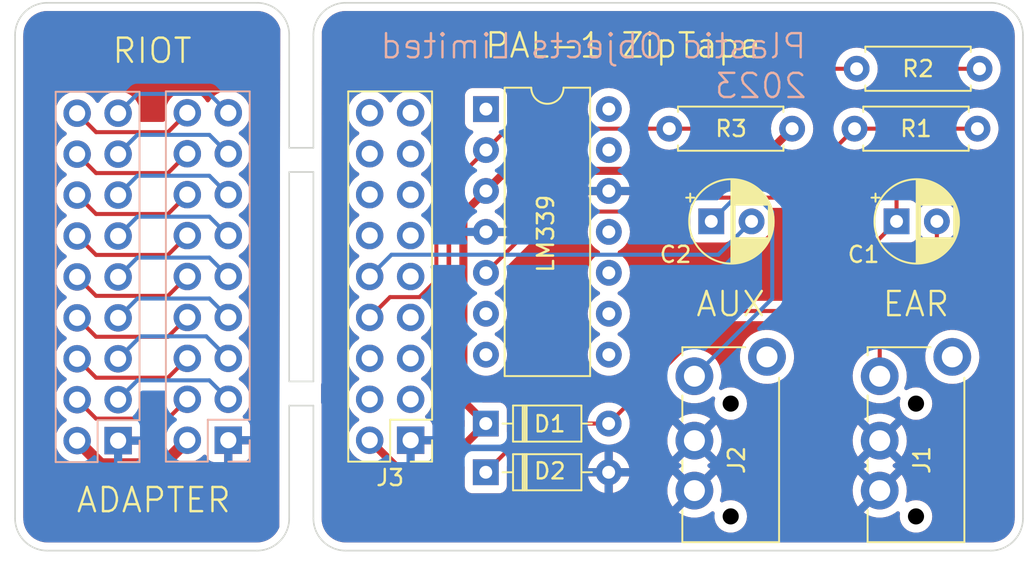
<source format=kicad_pcb>
(kicad_pcb (version 20211014) (generator pcbnew)
  (layers (0 "F.Cu" signal) (31 "B.Cu" signal) (34 "B.Paste" user) (35 "F.Paste" user) (36 "B.SilkS" user "B.Silkscreen") (37 "F.SilkS" user "F.Silkscreen") (38 "B.Mask" user) (39 "F.Mask" user) (44 "Edge.Cuts" user))
  (net 0 "")
  (net 1 "Net-(C1-Pad1)")
  (net 2 "Net-(C1-Pad2)")
  (net 3 "Net-(C2-Pad1)")
  (net 4 "PB3")
  (net 5 "VCC")
  (net 6 "GND")
  (net 14 "PB2")
  (net 24 "Net-(R1-Pad2)")
  (net 25 "/A_GND")
  (net 26 "/A_VCC")
  (net 27 "/A_PB0")
  (net 28 "/A_PB1")
  (net 29 "/A_PB2")
  (net 30 "/A_PB3")
  (net 31 "/A_PB4")
  (net 32 "/A_PB5")
  (net 33 "/A_PB6")
  (net 34 "/A_PB7")
  (net 35 "/A_PA0")
  (net 36 "/A_PA1")
  (net 37 "/A_PA2")
  (net 38 "/A_PA3")
  (net 39 "/A_PA4")
  (net 40 "/A_PA5")
  (net 41 "/A_PA6")
  (net 42 "/A_PA7")
  (footprint "Capacitor_THT:CP_Radial_D5.0mm_P2.50mm" (layer "F.Cu") (at 166.662488 83.566)
    (fp_text reference "C1" (at -2.045088 2.0574) (layer "F.SilkS"))
    (fp_text value "0.18uF" hide)
    (fp_line (start -1.304775 -1.725) (end -1.304775 -1.225) (layer "F.SilkS") (width 0.12))
    (fp_line (start 3.451 -1.383) (end 3.451 -1.04) (layer "F.SilkS") (width 0.12))
    (fp_line (start 3.491 -1.319) (end 3.491 -1.04) (layer "F.SilkS") (width 0.12))
    (fp_line (start 1.73 -2.536) (end 1.73 -1.04) (layer "F.SilkS") (width 0.12))
    (fp_line (start 2.091 1.04) (end 2.091 2.442) (layer "F.SilkS") (width 0.12))
    (fp_line (start 2.091 -2.442) (end 2.091 -1.04) (layer "F.SilkS") (width 0.12))
    (fp_line (start 1.65 -2.55) (end 1.65 -1.04) (layer "F.SilkS") (width 0.12))
    (fp_line (start 1.73 1.04) (end 1.73 2.536) (layer "F.SilkS") (width 0.12))
    (fp_line (start 2.531 -2.247) (end 2.531 -1.04) (layer "F.SilkS") (width 0.12))
    (fp_line (start 3.171 -1.743) (end 3.171 -1.04) (layer "F.SilkS") (width 0.12))
    (fp_line (start 1.53 -2.565) (end 1.53 -1.04) (layer "F.SilkS") (width 0.12))
    (fp_line (start 2.531 1.04) (end 2.531 2.247) (layer "F.SilkS") (width 0.12))
    (fp_line (start 2.491 -2.268) (end 2.491 -1.04) (layer "F.SilkS") (width 0.12))
    (fp_line (start 2.651 -2.175) (end 2.651 -1.04) (layer "F.SilkS") (width 0.12))
    (fp_line (start 2.131 -2.428) (end 2.131 -1.04) (layer "F.SilkS") (width 0.12))
    (fp_line (start 2.131 1.04) (end 2.131 2.428) (layer "F.SilkS") (width 0.12))
    (fp_line (start 1.93 -2.491) (end 1.93 -1.04) (layer "F.SilkS") (width 0.12))
    (fp_line (start 2.771 1.04) (end 2.771 2.095) (layer "F.SilkS") (width 0.12))
    (fp_line (start 2.411 1.04) (end 2.411 2.31) (layer "F.SilkS") (width 0.12))
    (fp_line (start 3.731 -0.805) (end 3.731 0.805) (layer "F.SilkS") (width 0.12))
    (fp_line (start 3.211 -1.699) (end 3.211 -1.04) (layer "F.SilkS") (width 0.12))
    (fp_line (start 2.251 1.04) (end 2.251 2.382) (layer "F.SilkS") (width 0.12))
    (fp_line (start 1.77 1.04) (end 1.77 2.528) (layer "F.SilkS") (width 0.12))
    (fp_line (start 2.451 1.04) (end 2.451 2.29) (layer "F.SilkS") (width 0.12))
    (fp_line (start 2.811 1.04) (end 2.811 2.065) (layer "F.SilkS") (width 0.12))
    (fp_line (start 3.371 1.04) (end 3.371 1.5) (layer "F.SilkS") (width 0.12))
    (fp_line (start 3.131 -1.785) (end 3.131 -1.04) (layer "F.SilkS") (width 0.12))
    (fp_line (start 2.371 1.04) (end 2.371 2.329) (layer "F.SilkS") (width 0.12))
    (fp_line (start 1.61 -2.556) (end 1.61 -1.04) (layer "F.SilkS") (width 0.12))
    (fp_line (start 1.971 1.04) (end 1.971 2.48) (layer "F.SilkS") (width 0.12))
    (fp_line (start 1.81 1.04) (end 1.81 2.52) (layer "F.SilkS") (width 0.12))
    (fp_line (start 3.091 -1.826) (end 3.091 -1.04) (layer "F.SilkS") (width 0.12))
    (fp_line (start 1.89 -2.501) (end 1.89 -1.04) (layer "F.SilkS") (width 0.12))
    (fp_line (start 2.211 1.04) (end 2.211 2.398) (layer "F.SilkS") (width 0.12))
    (fp_line (start 2.331 1.04) (end 2.331 2.348) (layer "F.SilkS") (width 0.12))
    (fp_line (start 3.331 1.04) (end 3.331 1.554) (layer "F.SilkS") (width 0.12))
    (fp_line (start 3.011 -1.901) (end 3.011 -1.04) (layer "F.SilkS") (width 0.12))
    (fp_line (start 3.251 1.04) (end 3.251 1.653) (layer "F.SilkS") (width 0.12))
    (fp_line (start 3.771 -0.677) (end 3.771 0.677) (layer "F.SilkS") (width 0.12))
    (fp_line (start 3.011 1.04) (end 3.011 1.901) (layer "F.SilkS") (width 0.12))
    (fp_line (start 1.25 -2.58) (end 1.25 2.58) (layer "F.SilkS") (width 0.12))
    (fp_line (start 2.491 1.04) (end 2.491 2.268) (layer "F.SilkS") (width 0.12))
    (fp_line (start 1.29 -2.58) (end 1.29 2.58) (layer "F.SilkS") (width 0.12))
    (fp_line (start 2.011 -2.468) (end 2.011 -1.04) (layer "F.SilkS") (width 0.12))
    (fp_line (start 2.571 -2.224) (end 2.571 -1.04) (layer "F.SilkS") (width 0.12))
    (fp_line (start 2.651 1.04) (end 2.651 2.175) (layer "F.SilkS") (width 0.12))
    (fp_line (start 1.85 -2.511) (end 1.85 -1.04) (layer "F.SilkS") (width 0.12))
    (fp_line (start 1.81 -2.52) (end 1.81 -1.04) (layer "F.SilkS") (width 0.12))
    (fp_line (start 3.371 -1.5) (end 3.371 -1.04) (layer "F.SilkS") (width 0.12))
    (fp_line (start 2.291 1.04) (end 2.291 2.365) (layer "F.SilkS") (width 0.12))
    (fp_line (start 2.731 -2.122) (end 2.731 -1.04) (layer "F.SilkS") (width 0.12))
    (fp_line (start 3.811 -0.518) (end 3.811 0.518) (layer "F.SilkS") (width 0.12))
    (fp_line (start 2.611 1.04) (end 2.611 2.2) (layer "F.SilkS") (width 0.12))
    (fp_line (start 3.211 1.04) (end 3.211 1.699) (layer "F.SilkS") (width 0.12))
    (fp_line (start 3.531 1.04) (end 3.531 1.251) (layer "F.SilkS") (width 0.12))
    (fp_line (start 3.531 -1.251) (end 3.531 -1.04) (layer "F.SilkS") (width 0.12))
    (fp_line (start 3.691 -0.915) (end 3.691 0.915) (layer "F.SilkS") (width 0.12))
    (fp_line (start 3.571 -1.178) (end 3.571 1.178) (layer "F.SilkS") (width 0.12))
    (fp_line (start 1.57 1.04) (end 1.57 2.561) (layer "F.SilkS") (width 0.12))
    (fp_line (start 2.331 -2.348) (end 2.331 -1.04) (layer "F.SilkS") (width 0.12))
    (fp_line (start 2.171 1.04) (end 2.171 2.414) (layer "F.SilkS") (width 0.12))
    (fp_line (start 2.411 -2.31) (end 2.411 -1.04) (layer "F.SilkS") (width 0.12))
    (fp_line (start 3.651 -1.011) (end 3.651 1.011) (layer "F.SilkS") (width 0.12))
    (fp_line (start 2.851 1.04) (end 2.851 2.035) (layer "F.SilkS") (width 0.12))
    (fp_line (start 1.37 -2.578) (end 1.37 2.578) (layer "F.SilkS") (width 0.12))
    (fp_line (start 2.571 1.04) (end 2.571 2.224) (layer "F.SilkS") (width 0.12))
    (fp_line (start 3.091 1.04) (end 3.091 1.826) (layer "F.SilkS") (width 0.12))
    (fp_line (start 3.051 1.04) (end 3.051 1.864) (layer "F.SilkS") (width 0.12))
    (fp_line (start 3.411 1.04) (end 3.411 1.443) (layer "F.SilkS") (width 0.12))
    (fp_line (start 2.051 1.04) (end 2.051 2.455) (layer "F.SilkS") (width 0.12))
    (fp_line (start 2.371 -2.329) (end 2.371 -1.04) (layer "F.SilkS") (width 0.12))
    (fp_line (start 2.931 1.04) (end 2.931 1.971) (layer "F.SilkS") (width 0.12))
    (fp_line (start 3.291 -1.605) (end 3.291 -1.04) (layer "F.SilkS") (width 0.12))
    (fp_line (start 1.49 -2.569) (end 1.49 -1.04) (layer "F.SilkS") (width 0.12))
    (fp_line (start 2.051 -2.455) (end 2.051 -1.04) (layer "F.SilkS") (width 0.12))
    (fp_line (start 1.57 -2.561) (end 1.57 -1.04) (layer "F.SilkS") (width 0.12))
    (fp_line (start 2.971 -1.937) (end 2.971 -1.04) (layer "F.SilkS") (width 0.12))
    (fp_line (start 1.85 1.04) (end 1.85 2.511) (layer "F.SilkS") (width 0.12))
    (fp_line (start 3.171 1.04) (end 3.171 1.743) (layer "F.SilkS") (width 0.12))
    (fp_line (start 2.451 -2.29) (end 2.451 -1.04) (layer "F.SilkS") (width 0.12))
    (fp_line (start 1.69 -2.543) (end 1.69 -1.04) (layer "F.SilkS") (width 0.12))
    (fp_line (start 1.49 1.04) (end 1.49 2.569) (layer "F.SilkS") (width 0.12))
    (fp_line (start 3.331 -1.554) (end 3.331 -1.04) (layer "F.SilkS") (width 0.12))
    (fp_line (start 3.411 -1.443) (end 3.411 -1.04) (layer "F.SilkS") (width 0.12))
    (fp_line (start 2.811 -2.065) (end 2.811 -1.04) (layer "F.SilkS") (width 0.12))
    (fp_line (start 2.251 -2.382) (end 2.251 -1.04) (layer "F.SilkS") (width 0.12))
    (fp_line (start 2.291 -2.365) (end 2.291 -1.04) (layer "F.SilkS") (width 0.12))
    (fp_line (start 2.171 -2.414) (end 2.171 -1.04) (layer "F.SilkS") (width 0.12))
    (fp_line (start 1.33 -2.579) (end 1.33 2.579) (layer "F.SilkS") (width 0.12))
    (fp_line (start 2.931 -1.971) (end 2.931 -1.04) (layer "F.SilkS") (width 0.12))
    (fp_line (start 1.41 -2.576) (end 1.41 2.576) (layer "F.SilkS") (width 0.12))
    (fp_line (start 1.69 1.04) (end 1.69 2.543) (layer "F.SilkS") (width 0.12))
    (fp_line (start 2.611 -2.2) (end 2.611 -1.04) (layer "F.SilkS") (width 0.12))
    (fp_line (start 2.211 -2.398) (end 2.211 -1.04) (layer "F.SilkS") (width 0.12))
    (fp_line (start 2.691 1.04) (end 2.691 2.149) (layer "F.SilkS") (width 0.12))
    (fp_line (start 2.771 -2.095) (end 2.771 -1.04) (layer "F.SilkS") (width 0.12))
    (fp_line (start 3.051 -1.864) (end 3.051 -1.04) (layer "F.SilkS") (width 0.12))
    (fp_line (start 3.851 -0.284) (end 3.851 0.284) (layer "F.SilkS") (width 0.12))
    (fp_line (start 2.971 1.04) (end 2.971 1.937) (layer "F.SilkS") (width 0.12))
    (fp_line (start 3.251 -1.653) (end 3.251 -1.04) (layer "F.SilkS") (width 0.12))
    (fp_line (start 1.65 1.04) (end 1.65 2.55) (layer "F.SilkS") (width 0.12))
    (fp_line (start 3.611 -1.098) (end 3.611 1.098) (layer "F.SilkS") (width 0.12))
    (fp_line (start 1.971 -2.48) (end 1.971 -1.04) (layer "F.SilkS") (width 0.12))
    (fp_line (start 2.891 1.04) (end 2.891 2.004) (layer "F.SilkS") (width 0.12))
    (fp_line (start 3.451 1.04) (end 3.451 1.383) (layer "F.SilkS") (width 0.12))
    (fp_line (start 2.891 -2.004) (end 2.891 -1.04) (layer "F.SilkS") (width 0.12))
    (fp_line (start 3.131 1.04) (end 3.131 1.785) (layer "F.SilkS") (width 0.12))
    (fp_line (start 2.011 1.04) (end 2.011 2.468) (layer "F.SilkS") (width 0.12))
    (fp_line (start 1.77 -2.528) (end 1.77 -1.04) (layer "F.SilkS") (width 0.12))
    (fp_line (start 2.691 -2.149) (end 2.691 -1.04) (layer "F.SilkS") (width 0.12))
    (fp_line (start 1.61 1.04) (end 1.61 2.556) (layer "F.SilkS") (width 0.12))
    (fp_line (start 2.851 -2.035) (end 2.851 -1.04) (layer "F.SilkS") (width 0.12))
    (fp_line (start 1.93 1.04) (end 1.93 2.491) (layer "F.SilkS") (width 0.12))
    (fp_line (start -1.554775 -1.475) (end -1.054775 -1.475) (layer "F.SilkS") (width 0.12))
    (fp_line (start 2.731 1.04) (end 2.731 2.122) (layer "F.SilkS") (width 0.12))
    (fp_line (start 1.89 1.04) (end 1.89 2.501) (layer "F.SilkS") (width 0.12))
    (fp_line (start 3.491 1.04) (end 3.491 1.319) (layer "F.SilkS") (width 0.12))
    (fp_line (start 1.45 -2.573) (end 1.45 2.573) (layer "F.SilkS") (width 0.12))
    (fp_line (start 1.53 1.04) (end 1.53 2.565) (layer "F.SilkS") (width 0.12))
    (fp_line (start 3.291 1.04) (end 3.291 1.605) (layer "F.SilkS") (width 0.12))
    (fp_circle (center 1.25 0) (end 3.87 0) (layer "F.SilkS") (width 0.12) (fill none))
    (pad "1" thru_hole rect (at 0 0) (size 1.6 1.6) (drill 0.8) (layers *.Cu *.Mask) (net 1 "Net-(C1-Pad1)"))
    (pad "2" thru_hole circle (at 2.5 0) (size 1.6 1.6) (drill 0.8) (layers *.Cu *.Mask) (net 2 "Net-(C1-Pad2)"))
  )
  (footprint "Connector_Jack:Jack_3.5mm_4Pole_TRRS" (layer "F.Cu") (at 167.8686 98.4758 -90)
    (fp_text reference "J1" (at -0.1 -0.3655 -270 unlocked) (layer "F.SilkS"))
    (fp_text value "Cassette_Playback")
    (fp_line (start -5.2 -3) (end 5 -3) (layer "F.SilkS") (width 0.12))
    (fp_line (start -0.1 3) (end 0.6 3) (layer "F.SilkS") (width 0.12))
    (fp_line (start -7.1 -0.9) (end -7.1 3) (layer "F.SilkS") (width 0.12))
    (fp_line (start 5 -3) (end 5 3) (layer "F.SilkS") (width 0.12))
    (fp_line (start 5 3) (end 3 3) (layer "F.SilkS") (width 0.12))
    (fp_line (start -4.1 3) (end -2.5 3) (layer "F.SilkS") (width 0.12))
    (fp_line (start -7.1 3) (end -6.6 3) (layer "F.SilkS") (width 0.12))
    (pad "" np_thru_hole circle (at -3.6 0 270) (size 1 1) (drill 1) (layers *.Mask))
    (pad "" np_thru_hole circle (at 3.4 0 270) (size 1 1) (drill 1) (layers *.Mask))
    (pad "G" thru_hole circle (at 1.8 2.25 270) (size 2.34 2.34) (drill 1.3) (layers *.Cu *.Mask) (net 6 "GND"))
    (pad "R" thru_hole circle (at -1.3 2.25 270) (size 2.34 2.34) (drill 1.3) (layers *.Cu *.Mask) (net 6 "GND"))
    (pad "S" thru_hole circle (at -6.5 -2.25 270) (size 2.34 2.34) (drill 1.3) (layers *.Cu *.Mask))
    (pad "T" thru_hole circle (at -5.3 2.25 270) (size 2.34 2.34) (drill 1.3) (layers *.Cu *.Mask) (net 2 "Net-(C1-Pad2)"))
  )
  (footprint "Package_DIP:DIP-14_W7.62mm" (layer "F.Cu") (at 141.200333 76.5973)
    (fp_text reference "U1" hide)
    (fp_text value "LM339" (at 3.706667 7.7307 90) (layer "F.SilkS"))
    (fp_line (start 2.81 -1.33) (end 1.16 -1.33) (layer "F.SilkS") (width 0.12))
    (fp_line (start 1.16 -1.33) (end 1.16 16.57) (layer "F.SilkS") (width 0.12))
    (fp_line (start 6.46 -1.33) (end 4.81 -1.33) (layer "F.SilkS") (width 0.12))
    (fp_line (start 1.16 16.57) (end 6.46 16.57) (layer "F.SilkS") (width 0.12))
    (fp_line (start 6.46 16.57) (end 6.46 -1.33) (layer "F.SilkS") (width 0.12))
    (fp_arc (start 4.81 -1.33) (mid 3.81 -0.33) (end 2.81 -1.33) (layer "F.SilkS") (width 0.12))
    (pad "1" thru_hole rect (at 0 0) (size 1.6 1.6) (drill 0.8) (layers *.Cu *.Mask))
    (pad "2" thru_hole oval (at 0 2.54) (size 1.6 1.6) (drill 0.8) (layers *.Cu *.Mask) (net 14 "PB2"))
    (pad "3" thru_hole oval (at 0 5.08) (size 1.6 1.6) (drill 0.8) (layers *.Cu *.Mask) (net 5 "VCC"))
    (pad "4" thru_hole oval (at 0 7.62) (size 1.6 1.6) (drill 0.8) (layers *.Cu *.Mask) (net 6 "GND"))
    (pad "5" thru_hole oval (at 0 10.16) (size 1.6 1.6) (drill 0.8) (layers *.Cu *.Mask) (net 24 "Net-(R1-Pad2)"))
    (pad "6" thru_hole oval (at 0 12.7) (size 1.6 1.6) (drill 0.8) (layers *.Cu *.Mask))
    (pad "7" thru_hole oval (at 0 15.24) (size 1.6 1.6) (drill 0.8) (layers *.Cu *.Mask))
    (pad "8" thru_hole oval (at 7.62 15.24) (size 1.6 1.6) (drill 0.8) (layers *.Cu *.Mask))
    (pad "9" thru_hole oval (at 7.62 12.7) (size 1.6 1.6) (drill 0.8) (layers *.Cu *.Mask))
    (pad "10" thru_hole oval (at 7.62 10.16) (size 1.6 1.6) (drill 0.8) (layers *.Cu *.Mask))
    (pad "11" thru_hole oval (at 7.62 7.62) (size 1.6 1.6) (drill 0.8) (layers *.Cu *.Mask))
    (pad "12" thru_hole oval (at 7.62 5.08) (size 1.6 1.6) (drill 0.8) (layers *.Cu *.Mask) (net 6 "GND"))
    (pad "13" thru_hole oval (at 7.62 2.54) (size 1.6 1.6) (drill 0.8) (layers *.Cu *.Mask))
    (pad "14" thru_hole oval (at 7.62 0) (size 1.6 1.6) (drill 0.8) (layers *.Cu *.Mask))
  )
  (footprint "Resistor_THT:R_Axial_DIN0207_L6.3mm_D2.5mm_P7.62mm_Horizontal" (layer "F.Cu") (at 171.8056 74.0918 180)
    (fp_text reference "R2" (at 3.81 0) (layer "F.SilkS"))
    (fp_text value "15M")
    (fp_line (start 0.54 1.37) (end 7.08 1.37) (layer "F.SilkS") (width 0.12))
    (fp_line (start 0.54 -1.37) (end 7.08 -1.37) (layer "F.SilkS") (width 0.12))
    (fp_line (start 7.08 1.37) (end 7.08 1.04) (layer "F.SilkS") (width 0.12))
    (fp_line (start 7.08 -1.37) (end 7.08 -1.04) (layer "F.SilkS") (width 0.12))
    (fp_line (start 0.54 -1.04) (end 0.54 -1.37) (layer "F.SilkS") (width 0.12))
    (fp_line (start 0.54 1.04) (end 0.54 1.37) (layer "F.SilkS") (width 0.12))
    (pad "1" thru_hole circle (at 0 0 180) (size 1.6 1.6) (drill 0.8) (layers *.Cu *.Mask) (net 24 "Net-(R1-Pad2)"))
    (pad "2" thru_hole oval (at 7.62 0 180) (size 1.6 1.6) (drill 0.8) (layers *.Cu *.Mask) (net 14 "PB2"))
  )
  (footprint "Diode_THT:D_DO-35_SOD27_P7.62mm_Horizontal" (layer "F.Cu") (at 141.190333 99.1362)
    (fp_text reference "D2" (at 3.970667 -0.0762) (layer "F.SilkS"))
    (fp_text value "1N4148")
    (fp_line (start 1.69 1.12) (end 5.93 1.12) (layer "F.SilkS") (width 0.12))
    (fp_line (start 5.93 1.12) (end 5.93 -1.12) (layer "F.SilkS") (width 0.12))
    (fp_line (start 1.69 -1.12) (end 1.69 1.12) (layer "F.SilkS") (width 0.12))
    (fp_line (start 2.41 -1.12) (end 2.41 1.12) (layer "F.SilkS") (width 0.12))
    (fp_line (start 2.29 -1.12) (end 2.29 1.12) (layer "F.SilkS") (width 0.12))
    (fp_line (start 1.04 0) (end 1.69 0) (layer "F.SilkS") (width 0.12))
    (fp_line (start 6.58 0) (end 5.93 0) (layer "F.SilkS") (width 0.12))
    (fp_line (start 2.53 -1.12) (end 2.53 1.12) (layer "F.SilkS") (width 0.12))
    (fp_line (start 5.93 -1.12) (end 1.69 -1.12) (layer "F.SilkS") (width 0.12))
    (pad "1" thru_hole rect (at 0 0) (size 1.6 1.6) (drill 0.8) (layers *.Cu *.Mask) (net 1 "Net-(C1-Pad1)"))
    (pad "2" thru_hole oval (at 7.62 0) (size 1.6 1.6) (drill 0.8) (layers *.Cu *.Mask) (net 6 "GND"))
  )
  (footprint "Capacitor_THT:CP_Radial_D5.0mm_P2.50mm" (layer "F.Cu") (at 155.172154 83.566)
    (fp_text reference "C2" (at -2.213354 2.0574) (layer "F.SilkS"))
    (fp_text value "0.5uF" hide)
    (fp_line (start 2.531 1.04) (end 2.531 2.247) (layer "F.SilkS") (width 0.12))
    (fp_line (start 1.89 -2.501) (end 1.89 -1.04) (layer "F.SilkS") (width 0.12))
    (fp_line (start 3.211 -1.699) (end 3.211 -1.04) (layer "F.SilkS") (width 0.12))
    (fp_line (start 2.931 1.04) (end 2.931 1.971) (layer "F.SilkS") (width 0.12))
    (fp_line (start 3.331 1.04) (end 3.331 1.554) (layer "F.SilkS") (width 0.12))
    (fp_line (start 2.091 -2.442) (end 2.091 -1.04) (layer "F.SilkS") (width 0.12))
    (fp_line (start 3.491 -1.319) (end 3.491 -1.04) (layer "F.SilkS") (width 0.12))
    (fp_line (start 1.61 -2.556) (end 1.61 -1.04) (layer "F.SilkS") (width 0.12))
    (fp_line (start 3.771 -0.677) (end 3.771 0.677) (layer "F.SilkS") (width 0.12))
    (fp_line (start 2.491 1.04) (end 2.491 2.268) (layer "F.SilkS") (width 0.12))
    (fp_line (start 1.971 1.04) (end 1.971 2.48) (layer "F.SilkS") (width 0.12))
    (fp_line (start 2.411 -2.31) (end 2.411 -1.04) (layer "F.SilkS") (width 0.12))
    (fp_line (start 3.251 1.04) (end 3.251 1.653) (layer "F.SilkS") (width 0.12))
    (fp_line (start 2.211 1.04) (end 2.211 2.398) (layer "F.SilkS") (width 0.12))
    (fp_line (start 3.291 -1.605) (end 3.291 -1.04) (layer "F.SilkS") (width 0.12))
    (fp_line (start 2.811 -2.065) (end 2.811 -1.04) (layer "F.SilkS") (width 0.12))
    (fp_line (start 3.731 -0.805) (end 3.731 0.805) (layer "F.SilkS") (width 0.12))
    (fp_line (start 1.29 -2.58) (end 1.29 2.58) (layer "F.SilkS") (width 0.12))
    (fp_line (start 2.691 1.04) (end 2.691 2.149) (layer "F.SilkS") (width 0.12))
    (fp_line (start 3.051 1.04) (end 3.051 1.864) (layer "F.SilkS") (width 0.12))
    (fp_line (start 3.371 1.04) (end 3.371 1.5) (layer "F.SilkS") (width 0.12))
    (fp_line (start 2.891 -2.004) (end 2.891 -1.04) (layer "F.SilkS") (width 0.12))
    (fp_line (start 3.571 -1.178) (end 3.571 1.178) (layer "F.SilkS") (width 0.12))
    (fp_line (start 1.33 -2.579) (end 1.33 2.579) (layer "F.SilkS") (width 0.12))
    (fp_line (start 1.61 1.04) (end 1.61 2.556) (layer "F.SilkS") (width 0.12))
    (fp_line (start 1.93 -2.491) (end 1.93 -1.04) (layer "F.SilkS") (width 0.12))
    (fp_line (start 3.131 1.04) (end 3.131 1.785) (layer "F.SilkS") (width 0.12))
    (fp_line (start 3.011 -1.901) (end 3.011 -1.04) (layer "F.SilkS") (width 0.12))
    (fp_line (start 2.211 -2.398) (end 2.211 -1.04) (layer "F.SilkS") (width 0.12))
    (fp_line (start 1.65 -2.55) (end 1.65 -1.04) (layer "F.SilkS") (width 0.12))
    (fp_line (start 1.57 1.04) (end 1.57 2.561) (layer "F.SilkS") (width 0.12))
    (fp_line (start 3.051 -1.864) (end 3.051 -1.04) (layer "F.SilkS") (width 0.12))
    (fp_line (start 2.051 1.04) (end 2.051 2.455) (layer "F.SilkS") (width 0.12))
    (fp_line (start 2.651 1.04) (end 2.651 2.175) (layer "F.SilkS") (width 0.12))
    (fp_line (start 2.651 -2.175) (end 2.651 -1.04) (layer "F.SilkS") (width 0.12))
    (fp_line (start 1.57 -2.561) (end 1.57 -1.04) (layer "F.SilkS") (width 0.12))
    (fp_line (start 2.731 1.04) (end 2.731 2.122) (layer "F.SilkS") (width 0.12))
    (fp_line (start 1.81 -2.52) (end 1.81 -1.04) (layer "F.SilkS") (width 0.12))
    (fp_line (start 3.251 -1.653) (end 3.251 -1.04) (layer "F.SilkS") (width 0.12))
    (fp_line (start 1.81 1.04) (end 1.81 2.52) (layer "F.SilkS") (width 0.12))
    (fp_line (start 2.411 1.04) (end 2.411 2.31) (layer "F.SilkS") (width 0.12))
    (fp_line (start 2.251 1.04) (end 2.251 2.382) (layer "F.SilkS") (width 0.12))
    (fp_line (start 3.011 1.04) (end 3.011 1.901) (layer "F.SilkS") (width 0.12))
    (fp_line (start 2.331 -2.348) (end 2.331 -1.04) (layer "F.SilkS") (width 0.12))
    (fp_line (start 2.011 -2.468) (end 2.011 -1.04) (layer "F.SilkS") (width 0.12))
    (fp_line (start 2.171 1.04) (end 2.171 2.414) (layer "F.SilkS") (width 0.12))
    (fp_line (start 1.93 1.04) (end 1.93 2.491) (layer "F.SilkS") (width 0.12))
    (fp_line (start 3.091 1.04) (end 3.091 1.826) (layer "F.SilkS") (width 0.12))
    (fp_line (start 2.851 -2.035) (end 2.851 -1.04) (layer "F.SilkS") (width 0.12))
    (fp_line (start 2.491 -2.268) (end 2.491 -1.04) (layer "F.SilkS") (width 0.12))
    (fp_line (start 2.371 1.04) (end 2.371 2.329) (layer "F.SilkS") (width 0.12))
    (fp_line (start 2.331 1.04) (end 2.331 2.348) (layer "F.SilkS") (width 0.12))
    (fp_line (start 3.531 1.04) (end 3.531 1.251) (layer "F.SilkS") (width 0.12))
    (fp_line (start 2.091 1.04) (end 2.091 2.442) (layer "F.SilkS") (width 0.12))
    (fp_line (start 1.37 -2.578) (end 1.37 2.578) (layer "F.SilkS") (width 0.12))
    (fp_line (start 3.171 1.04) (end 3.171 1.743) (layer "F.SilkS") (width 0.12))
    (fp_line (start 2.891 1.04) (end 2.891 2.004) (layer "F.SilkS") (width 0.12))
    (fp_line (start 1.45 -2.573) (end 1.45 2.573) (layer "F.SilkS") (width 0.12))
    (fp_line (start -1.304775 -1.725) (end -1.304775 -1.225) (layer "F.SilkS") (width 0.12))
    (fp_line (start 3.451 -1.383) (end 3.451 -1.04) (layer "F.SilkS") (width 0.12))
    (fp_line (start 1.65 1.04) (end 1.65 2.55) (layer "F.SilkS") (width 0.12))
    (fp_line (start 2.291 1.04) (end 2.291 2.365) (layer "F.SilkS") (width 0.12))
    (fp_line (start 2.731 -2.122) (end 2.731 -1.04) (layer "F.SilkS") (width 0.12))
    (fp_line (start 1.49 -2.569) (end 1.49 -1.04) (layer "F.SilkS") (width 0.12))
    (fp_line (start 2.371 -2.329) (end 2.371 -1.04) (layer "F.SilkS") (width 0.12))
    (fp_line (start 3.371 -1.5) (end 3.371 -1.04) (layer "F.SilkS") (width 0.12))
    (fp_line (start 3.291 1.04) (end 3.291 1.605) (layer "F.SilkS") (width 0.12))
    (fp_line (start 2.771 -2.095) (end 2.771 -1.04) (layer "F.SilkS") (width 0.12))
    (fp_line (start 2.451 -2.29) (end 2.451 -1.04) (layer "F.SilkS") (width 0.12))
    (fp_line (start 2.531 -2.247) (end 2.531 -1.04) (layer "F.SilkS") (width 0.12))
    (fp_line (start 2.851 1.04) (end 2.851 2.035) (layer "F.SilkS") (width 0.12))
    (fp_line (start 3.211 1.04) (end 3.211 1.699) (layer "F.SilkS") (width 0.12))
    (fp_line (start 2.811 1.04) (end 2.811 2.065) (layer "F.SilkS") (width 0.12))
    (fp_line (start 3.171 -1.743) (end 3.171 -1.04) (layer "F.SilkS") (width 0.12))
    (fp_line (start 1.53 1.04) (end 1.53 2.565) (layer "F.SilkS") (width 0.12))
    (fp_line (start 2.571 -2.224) (end 2.571 -1.04) (layer "F.SilkS") (width 0.12))
    (fp_line (start 3.651 -1.011) (end 3.651 1.011) (layer "F.SilkS") (width 0.12))
    (fp_line (start 3.691 -0.915) (end 3.691 0.915) (layer "F.SilkS") (width 0.12))
    (fp_line (start 3.331 -1.554) (end 3.331 -1.04) (layer "F.SilkS") (width 0.12))
    (fp_line (start -1.554775 -1.475) (end -1.054775 -1.475) (layer "F.SilkS") (width 0.12))
    (fp_line (start 3.451 1.04) (end 3.451 1.383) (layer "F.SilkS") (width 0.12))
    (fp_line (start 1.41 -2.576) (end 1.41 2.576) (layer "F.SilkS") (width 0.12))
    (fp_line (start 2.051 -2.455) (end 2.051 -1.04) (layer "F.SilkS") (width 0.12))
    (fp_line (start 1.49 1.04) (end 1.49 2.569) (layer "F.SilkS") (width 0.12))
    (fp_line (start 2.931 -1.971) (end 2.931 -1.04) (layer "F.SilkS") (width 0.12))
    (fp_line (start 2.131 1.04) (end 2.131 2.428) (layer "F.SilkS") (width 0.12))
    (fp_line (start 2.971 1.04) (end 2.971 1.937) (layer "F.SilkS") (width 0.12))
    (fp_line (start 2.291 -2.365) (end 2.291 -1.04) (layer "F.SilkS") (width 0.12))
    (fp_line (start 3.411 -1.443) (end 3.411 -1.04) (layer "F.SilkS") (width 0.12))
    (fp_line (start 2.611 -2.2) (end 2.611 -1.04) (layer "F.SilkS") (width 0.12))
    (fp_line (start 1.69 -2.543) (end 1.69 -1.04) (layer "F.SilkS") (width 0.12))
    (fp_line (start 2.251 -2.382) (end 2.251 -1.04) (layer "F.SilkS") (width 0.12))
    (fp_line (start 2.131 -2.428) (end 2.131 -1.04) (layer "F.SilkS") (width 0.12))
    (fp_line (start 1.69 1.04) (end 1.69 2.543) (layer "F.SilkS") (width 0.12))
    (fp_line (start 1.73 -2.536) (end 1.73 -1.04) (layer "F.SilkS") (width 0.12))
    (fp_line (start 2.971 -1.937) (end 2.971 -1.04) (layer "F.SilkS") (width 0.12))
    (fp_line (start 2.771 1.04) (end 2.771 2.095) (layer "F.SilkS") (width 0.12))
    (fp_line (start 2.011 1.04) (end 2.011 2.468) (layer "F.SilkS") (width 0.12))
    (fp_line (start 3.091 -1.826) (end 3.091 -1.04) (layer "F.SilkS") (width 0.12))
    (fp_line (start 1.971 -2.48) (end 1.971 -1.04) (layer "F.SilkS") (width 0.12))
    (fp_line (start 1.89 1.04) (end 1.89 2.501) (layer "F.SilkS") (width 0.12))
    (fp_line (start 1.73 1.04) (end 1.73 2.536) (layer "F.SilkS") (width 0.12))
    (fp_line (start 1.77 1.04) (end 1.77 2.528) (layer "F.SilkS") (width 0.12))
    (fp_line (start 2.571 1.04) (end 2.571 2.224) (layer "F.SilkS") (width 0.12))
    (fp_line (start 3.611 -1.098) (end 3.611 1.098) (layer "F.SilkS") (width 0.12))
    (fp_line (start 3.811 -0.518) (end 3.811 0.518) (layer "F.SilkS") (width 0.12))
    (fp_line (start 1.77 -2.528) (end 1.77 -1.04) (layer "F.SilkS") (width 0.12))
    (fp_line (start 1.85 1.04) (end 1.85 2.511) (layer "F.SilkS") (width 0.12))
    (fp_line (start 1.85 -2.511) (end 1.85 -1.04) (layer "F.SilkS") (width 0.12))
    (fp_line (start 2.171 -2.414) (end 2.171 -1.04) (layer "F.SilkS") (width 0.12))
    (fp_line (start 2.451 1.04) (end 2.451 2.29) (layer "F.SilkS") (width 0.12))
    (fp_line (start 3.411 1.04) (end 3.411 1.443) (layer "F.SilkS") (width 0.12))
    (fp_line (start 3.491 1.04) (end 3.491 1.319) (layer "F.SilkS") (width 0.12))
    (fp_line (start 1.53 -2.565) (end 1.53 -1.04) (layer "F.SilkS") (width 0.12))
    (fp_line (start 3.131 -1.785) (end 3.131 -1.04) (layer "F.SilkS") (width 0.12))
    (fp_line (start 3.531 -1.251) (end 3.531 -1.04) (layer "F.SilkS") (width 0.12))
    (fp_line (start 3.851 -0.284) (end 3.851 0.284) (layer "F.SilkS") (width 0.12))
    (fp_line (start 2.611 1.04) (end 2.611 2.2) (layer "F.SilkS") (width 0.12))
    (fp_line (start 1.25 -2.58) (end 1.25 2.58) (layer "F.SilkS") (width 0.12))
    (fp_line (start 2.691 -2.149) (end 2.691 -1.04) (layer "F.SilkS") (width 0.12))
    (fp_circle (center 1.25 0) (end 3.87 0) (layer "F.SilkS") (width 0.12) (fill none))
    (pad "1" thru_hole rect (at 0 0) (size 1.6 1.6) (drill 0.8) (layers *.Cu *.Mask) (net 3 "Net-(C2-Pad1)"))
    (pad "2" thru_hole circle (at 2.5 0) (size 1.6 1.6) (drill 0.8) (layers *.Cu *.Mask) (net 4 "PB3"))
  )
  (footprint "Connector_PinHeader_2.54mm:PinHeader_2x09_P2.54mm_Vertical" (layer "F.Cu") (at 136.53 97.1473 180)
    (fp_text reference "J3" (at 1.27 -2.33) (layer "F.SilkS"))
    (fp_text value "Conn_RIOT")
    (fp_line (start -1.33 -1.33) (end 0 -1.33) (layer "F.SilkS") (width 0.12))
    (fp_line (start -1.33 1.27) (end 1.27 1.27) (layer "F.SilkS") (width 0.12))
    (fp_line (start 3.87 -1.33) (end 3.87 21.65) (layer "F.SilkS") (width 0.12))
    (fp_line (start 1.27 1.27) (end 1.27 -1.33) (layer "F.SilkS") (width 0.12))
    (fp_line (start -1.33 0) (end -1.33 -1.33) (layer "F.SilkS") (width 0.12))
    (fp_line (start 1.27 -1.33) (end 3.87 -1.33) (layer "F.SilkS") (width 0.12))
    (fp_line (start -1.33 21.65) (end 3.87 21.65) (layer "F.SilkS") (width 0.12))
    (fp_line (start -1.33 1.27) (end -1.33 21.65) (layer "F.SilkS") (width 0.12))
    (pad "1" thru_hole rect (at 0 0 180) (size 1.7 1.7) (drill 1) (layers *.Cu *.Mask) (net 6 "GND"))
    (pad "2" thru_hole oval (at 2.54 0 180) (size 1.7 1.7) (drill 1) (layers *.Cu *.Mask) (net 5 "VCC"))
    (pad "3" thru_hole oval (at 0 2.54 180) (size 1.7 1.7) (drill 1) (layers *.Cu *.Mask))
    (pad "4" thru_hole oval (at 2.54 2.54 180) (size 1.7 1.7) (drill 1) (layers *.Cu *.Mask))
    (pad "5" thru_hole oval (at 0 5.08 180) (size 1.7 1.7) (drill 1) (layers *.Cu *.Mask))
    (pad "6" thru_hole oval (at 2.54 5.08 180) (size 1.7 1.7) (drill 1) (layers *.Cu *.Mask))
    (pad "7" thru_hole oval (at 0 7.62 180) (size 1.7 1.7) (drill 1) (layers *.Cu *.Mask))
    (pad "8" thru_hole oval (at 2.54 7.62 180) (size 1.7 1.7) (drill 1) (layers *.Cu *.Mask) (net 14 "PB2"))
    (pad "9" thru_hole oval (at 0 10.16 180) (size 1.7 1.7) (drill 1) (layers *.Cu *.Mask))
    (pad "10" thru_hole oval (at 2.54 10.16 180) (size 1.7 1.7) (drill 1) (layers *.Cu *.Mask) (net 4 "PB3"))
    (pad "11" thru_hole oval (at 0 12.7 180) (size 1.7 1.7) (drill 1) (layers *.Cu *.Mask))
    (pad "12" thru_hole oval (at 2.54 12.7 180) (size 1.7 1.7) (drill 1) (layers *.Cu *.Mask))
    (pad "13" thru_hole oval (at 0 15.24 180) (size 1.7 1.7) (drill 1) (layers *.Cu *.Mask))
    (pad "14" thru_hole oval (at 2.54 15.24 180) (size 1.7 1.7) (drill 1) (layers *.Cu *.Mask))
    (pad "15" thru_hole oval (at 0 17.78 180) (size 1.7 1.7) (drill 1) (layers *.Cu *.Mask))
    (pad "16" thru_hole oval (at 2.54 17.78 180) (size 1.7 1.7) (drill 1) (layers *.Cu *.Mask))
    (pad "17" thru_hole oval (at 0 20.32 180) (size 1.7 1.7) (drill 1) (layers *.Cu *.Mask))
    (pad "18" thru_hole oval (at 2.54 20.32 180) (size 1.7 1.7) (drill 1) (layers *.Cu *.Mask))
  )
  (footprint "Resistor_THT:R_Axial_DIN0207_L6.3mm_D2.5mm_P7.62mm_Horizontal" (layer "F.Cu") (at 171.6776 77.8114 180)
    (fp_text reference "R1" (at 3.81 0) (layer "F.SilkS"))
    (fp_text value "15K")
    (fp_line (start 7.08 1.37) (end 7.08 1.04) (layer "F.SilkS") (width 0.12))
    (fp_line (start 0.54 -1.37) (end 7.08 -1.37) (layer "F.SilkS") (width 0.12))
    (fp_line (start 0.54 1.37) (end 7.08 1.37) (layer "F.SilkS") (width 0.12))
    (fp_line (start 7.08 -1.37) (end 7.08 -1.04) (layer "F.SilkS") (width 0.12))
    (fp_line (start 0.54 -1.04) (end 0.54 -1.37) (layer "F.SilkS") (width 0.12))
    (fp_line (start 0.54 1.04) (end 0.54 1.37) (layer "F.SilkS") (width 0.12))
    (pad "1" thru_hole circle (at 0 0 180) (size 1.6 1.6) (drill 0.8) (layers *.Cu *.Mask) (net 1 "Net-(C1-Pad1)"))
    (pad "2" thru_hole oval (at 7.62 0 180) (size 1.6 1.6) (drill 0.8) (layers *.Cu *.Mask) (net 24 "Net-(R1-Pad2)"))
  )
  (footprint "Connector_Jack:Jack_3.5mm_4Pole_TRRS" (layer "F.Cu") (at 156.378266 98.4758 -90)
    (fp_text reference "J2" (at -0.1 -0.3655 -270 unlocked) (layer "F.SilkS"))
    (fp_text value "Cassette_Record")
    (fp_line (start -7.1 -0.9) (end -7.1 3) (layer "F.SilkS") (width 0.12))
    (fp_line (start -4.1 3) (end -2.5 3) (layer "F.SilkS") (width 0.12))
    (fp_line (start -5.2 -3) (end 5 -3) (layer "F.SilkS") (width 0.12))
    (fp_line (start 5 3) (end 3 3) (layer "F.SilkS") (width 0.12))
    (fp_line (start -0.1 3) (end 0.6 3) (layer "F.SilkS") (width 0.12))
    (fp_line (start -7.1 3) (end -6.6 3) (layer "F.SilkS") (width 0.12))
    (fp_line (start 5 -3) (end 5 3) (layer "F.SilkS") (width 0.12))
    (pad "" np_thru_hole circle (at 3.4 0 270) (size 1 1) (drill 1) (layers *.Mask))
    (pad "" np_thru_hole circle (at -3.6 0 270) (size 1 1) (drill 1) (layers *.Mask))
    (pad "G" thru_hole circle (at 1.8 2.25 270) (size 2.34 2.34) (drill 1.3) (layers *.Cu *.Mask) (net 6 "GND"))
    (pad "R" thru_hole circle (at -1.3 2.25 270) (size 2.34 2.34) (drill 1.3) (layers *.Cu *.Mask) (net 6 "GND"))
    (pad "S" thru_hole circle (at -6.5 -2.25 270) (size 2.34 2.34) (drill 1.3) (layers *.Cu *.Mask))
    (pad "T" thru_hole circle (at -5.3 2.25 270) (size 2.34 2.34) (drill 1.3) (layers *.Cu *.Mask) (net 3 "Net-(C2-Pad1)"))
  )
  (footprint "Diode_THT:D_DO-35_SOD27_P7.62mm_Horizontal" (layer "F.Cu") (at 141.190333 96.1136)
    (fp_text reference "D1" (at 3.9624 0.0254) (layer "F.SilkS"))
    (fp_text value "1N4148")
    (fp_line (start 1.04 0) (end 1.69 0) (layer "F.SilkS") (width 0.12))
    (fp_line (start 2.29 -1.12) (end 2.29 1.12) (layer "F.SilkS") (width 0.12))
    (fp_line (start 2.41 -1.12) (end 2.41 1.12) (layer "F.SilkS") (width 0.12))
    (fp_line (start 1.69 -1.12) (end 1.69 1.12) (layer "F.SilkS") (width 0.12))
    (fp_line (start 2.53 -1.12) (end 2.53 1.12) (layer "F.SilkS") (width 0.12))
    (fp_line (start 1.69 1.12) (end 5.93 1.12) (layer "F.SilkS") (width 0.12))
    (fp_line (start 5.93 -1.12) (end 1.69 -1.12) (layer "F.SilkS") (width 0.12))
    (fp_line (start 5.93 1.12) (end 5.93 -1.12) (layer "F.SilkS") (width 0.12))
    (fp_line (start 6.58 0) (end 5.93 0) (layer "F.SilkS") (width 0.12))
    (pad "1" thru_hole rect (at 0 0) (size 1.6 1.6) (drill 0.8) (layers *.Cu *.Mask) (net 5 "VCC"))
    (pad "2" thru_hole oval (at 7.62 0) (size 1.6 1.6) (drill 0.8) (layers *.Cu *.Mask) (net 1 "Net-(C1-Pad1)"))
  )
  (footprint "Resistor_THT:R_Axial_DIN0207_L6.3mm_D2.5mm_P7.62mm_Horizontal" (layer "F.Cu") (at 152.567266 77.8114)
    (fp_text reference "R3" (at 3.8354 0) (layer "F.SilkS"))
    (fp_text value "3K")
    (fp_line (start 7.08 -1.37) (end 7.08 -1.04) (layer "F.SilkS") (width 0.12))
    (fp_line (start 0.54 -1.37) (end 7.08 -1.37) (layer "F.SilkS") (width 0.12))
    (fp_line (start 0.54 1.04) (end 0.54 1.37) (layer "F.SilkS") (width 0.12))
    (fp_line (start 0.54 1.37) (end 7.08 1.37) (layer "F.SilkS") (width 0.12))
    (fp_line (start 0.54 -1.04) (end 0.54 -1.37) (layer "F.SilkS") (width 0.12))
    (fp_line (start 7.08 1.37) (end 7.08 1.04) (layer "F.SilkS") (width 0.12))
    (pad "1" thru_hole circle (at 0 0) (size 1.6 1.6) (drill 0.8) (layers *.Cu *.Mask) (net 14 "PB2"))
    (pad "2" thru_hole oval (at 7.62 0) (size 1.6 1.6) (drill 0.8) (layers *.Cu *.Mask) (net 5 "VCC"))
  )
  (footprint "Connector_PinSocket_2.54mm:PinSocket_2x09_P2.54mm_Vertical" (layer "B.Cu") (at 125.222014 97.1473)
    (fp_text reference "J4" hide)
    (fp_text value "Conn_Adapter_A")
    (fp_line (start 1.33 -1.27) (end 1.33 -21.65) (layer "B.SilkS") (width 0.12))
    (fp_line (start -3.87 -21.65) (end 1.33 -21.65) (layer "B.SilkS") (width 0.12))
    (fp_line (start 1.33 1.33) (end 1.33 0) (layer "B.SilkS") (width 0.12))
    (fp_line (start 0 1.33) (end 1.33 1.33) (layer "B.SilkS") (width 0.12))
    (fp_line (start -3.87 1.33) (end -1.27 1.33) (layer "B.SilkS") (width 0.12))
    (fp_line (start -3.87 1.33) (end -3.87 -21.65) (layer "B.SilkS") (width 0.12))
    (fp_line (start -1.27 -1.27) (end 1.33 -1.27) (layer "B.SilkS") (width 0.12))
    (fp_line (start -1.27 1.33) (end -1.27 -1.27) (layer "B.SilkS") (width 0.12))
    (pad "1" thru_hole rect locked (at 0 0) (size 1.7 1.7) (drill 1) (layers *.Cu *.Mask) (net 25 "/A_GND"))
    (pad "2" thru_hole oval locked (at -2.54 0) (size 1.7 1.7) (drill 1) (layers *.Cu *.Mask) (net 26 "/A_VCC"))
    (pad "3" thru_hole oval locked (at 0 -2.54) (size 1.7 1.7) (drill 1) (layers *.Cu *.Mask) (net 35 "/A_PA0"))
    (pad "4" thru_hole oval locked (at -2.54 -2.54) (size 1.7 1.7) (drill 1) (layers *.Cu *.Mask) (net 27 "/A_PB0"))
    (pad "5" thru_hole oval locked (at 0 -5.08) (size 1.7 1.7) (drill 1) (layers *.Cu *.Mask) (net 36 "/A_PA1"))
    (pad "6" thru_hole oval locked (at -2.54 -5.08) (size 1.7 1.7) (drill 1) (layers *.Cu *.Mask) (net 28 "/A_PB1"))
    (pad "7" thru_hole oval locked (at 0 -7.62) (size 1.7 1.7) (drill 1) (layers *.Cu *.Mask) (net 37 "/A_PA2"))
    (pad "8" thru_hole oval locked (at -2.54 -7.62) (size 1.7 1.7) (drill 1) (layers *.Cu *.Mask) (net 29 "/A_PB2"))
    (pad "9" thru_hole oval locked (at 0 -10.16) (size 1.7 1.7) (drill 1) (layers *.Cu *.Mask) (net 38 "/A_PA3"))
    (pad "10" thru_hole oval locked (at -2.54 -10.16) (size 1.7 1.7) (drill 1) (layers *.Cu *.Mask) (net 30 "/A_PB3"))
    (pad "11" thru_hole oval locked (at 0 -12.7) (size 1.7 1.7) (drill 1) (layers *.Cu *.Mask) (net 39 "/A_PA4"))
    (pad "12" thru_hole oval locked (at -2.54 -12.7) (size 1.7 1.7) (drill 1) (layers *.Cu *.Mask) (net 31 "/A_PB4"))
    (pad "13" thru_hole oval locked (at 0 -15.24) (size 1.7 1.7) (drill 1) (layers *.Cu *.Mask) (net 40 "/A_PA5"))
    (pad "14" thru_hole oval locked (at -2.54 -15.24) (size 1.7 1.7) (drill 1) (layers *.Cu *.Mask) (net 32 "/A_PB5"))
    (pad "15" thru_hole oval locked (at 0 -17.78) (size 1.7 1.7) (drill 1) (layers *.Cu *.Mask) (net 41 "/A_PA6"))
    (pad "16" thru_hole oval locked (at -2.54 -17.78) (size 1.7 1.7) (drill 1) (layers *.Cu *.Mask) (net 33 "/A_PB6"))
    (pad "17" thru_hole oval locked (at 0 -20.32) (size 1.7 1.7) (drill 1) (layers *.Cu *.Mask) (net 42 "/A_PA7"))
    (pad "18" thru_hole oval locked (at -2.54 -20.32) (size 1.7 1.7) (drill 1) (layers *.Cu *.Mask) (net 34 "/A_PB7"))
  )
  (footprint "Connector_PinSocket_2.54mm:PinSocket_2x09_P2.54mm_Vertical" (layer "B.Cu") (at 118.389414 97.1727)
    (fp_text reference "J5" hide)
    (fp_text value "Conn_Adapter_B")
    (fp_line (start 1.33 1.33) (end 1.33 0) (layer "B.SilkS") (width 0.12))
    (fp_line (start -3.87 1.33) (end -3.87 -21.65) (layer "B.SilkS") (width 0.12))
    (fp_line (start 1.33 -1.27) (end 1.33 -21.65) (layer "B.SilkS") (width 0.12))
    (fp_line (start -1.27 -1.27) (end 1.33 -1.27) (layer "B.SilkS") (width 0.12))
    (fp_line (start -1.27 1.33) (end -1.27 -1.27) (layer "B.SilkS") (width 0.12))
    (fp_line (start -3.87 -21.65) (end 1.33 -21.65) (layer "B.SilkS") (width 0.12))
    (fp_line (start -3.87 1.33) (end -1.27 1.33) (layer "B.SilkS") (width 0.12))
    (fp_line (start 0 1.33) (end 1.33 1.33) (layer "B.SilkS") (width 0.12))
    (pad "1" thru_hole rect locked (at 0 0) (size 1.7 1.7) (drill 1) (layers *.Cu *.Mask) (net 25 "/A_GND"))
    (pad "2" thru_hole oval locked (at -2.54 0) (size 1.7 1.7) (drill 1) (layers *.Cu *.Mask) (net 26 "/A_VCC"))
    (pad "3" thru_hole oval locked (at 0 -2.54) (size 1.7 1.7) (drill 1) (layers *.Cu *.Mask) (net 35 "/A_PA0"))
    (pad "4" thru_hole oval locked (at -2.54 -2.54) (size 1.7 1.7) (drill 1) (layers *.Cu *.Mask) (net 27 "/A_PB0"))
    (pad "5" thru_hole oval locked (at 0 -5.08) (size 1.7 1.7) (drill 1) (layers *.Cu *.Mask) (net 36 "/A_PA1"))
    (pad "6" thru_hole oval locked (at -2.54 -5.08) (size 1.7 1.7) (drill 1) (layers *.Cu *.Mask) (net 28 "/A_PB1"))
    (pad "7" thru_hole oval locked (at 0 -7.62) (size 1.7 1.7) (drill 1) (layers *.Cu *.Mask) (net 37 "/A_PA2"))
    (pad "8" thru_hole oval locked (at -2.54 -7.62) (size 1.7 1.7) (drill 1) (layers *.Cu *.Mask) (net 29 "/A_PB2"))
    (pad "9" thru_hole oval locked (at 0 -10.16) (size 1.7 1.7) (drill 1) (layers *.Cu *.Mask) (net 38 "/A_PA3"))
    (pad "10" thru_hole oval locked (at -2.54 -10.16) (size 1.7 1.7) (drill 1) (layers *.Cu *.Mask) (net 30 "/A_PB3"))
    (pad "11" thru_hole oval locked (at 0 -12.7) (size 1.7 1.7) (drill 1) (layers *.Cu *.Mask) (net 39 "/A_PA4"))
    (pad "12" thru_hole oval locked (at -2.54 -12.7) (size 1.7 1.7) (drill 1) (layers *.Cu *.Mask) (net 31 "/A_PB4"))
    (pad "13" thru_hole oval locked (at 0 -15.24) (size 1.7 1.7) (drill 1) (layers *.Cu *.Mask) (net 40 "/A_PA5"))
    (pad "14" thru_hole oval locked (at -2.54 -15.24) (size 1.7 1.7) (drill 1) (layers *.Cu *.Mask) (net 32 "/A_PB5"))
    (pad "15" thru_hole oval locked (at 0 -17.78) (size 1.7 1.7) (drill 1) (layers *.Cu *.Mask) (net 41 "/A_PA6"))
    (pad "16" thru_hole oval locked (at -2.54 -17.78) (size 1.7 1.7) (drill 1) (layers *.Cu *.Mask) (net 33 "/A_PB6"))
    (pad "17" thru_hole oval locked (at 0 -20.32) (size 1.7 1.7) (drill 1) (layers *.Cu *.Mask) (net 42 "/A_PA7"))
    (pad "18" thru_hole oval locked (at -2.54 -20.32) (size 1.7 1.7) (drill 1) (layers *.Cu *.Mask) (net 34 "/A_PB7"))
  )
  (gr_line locked (start 129 95) (end 129 102) (layer "Edge.Cuts") (width 0.1))
  (gr_line locked (start 132.5 70) (end 172.5 70) (layer "Edge.Cuts") (width 0.1))
  (gr_arc locked (start 174.5 102) (mid 173.914214 103.414214) (end 172.5 104) (layer "Edge.Cuts") (width 0.1))
  (gr_arc locked (start 132.5 104) (mid 131.085786 103.414214) (end 130.5 102) (layer "Edge.Cuts") (width 0.1))
  (gr_arc locked (start 172.5 70) (mid 173.914214 70.585786) (end 174.5 72) (layer "Edge.Cuts") (width 0.1))
  (gr_line locked (start 130.5 80.5) (end 130.5 93.5) (layer "Edge.Cuts") (width 0.1))
  (gr_line locked (start 129 93.5) (end 130.5 93.5) (layer "Edge.Cuts") (width 0.1))
  (gr_line locked (start 129 95) (end 130.5 95) (layer "Edge.Cuts") (width 0.1))
  (gr_arc locked (start 129 102) (mid 128.414214 103.414214) (end 127 104) (layer "Edge.Cuts") (width 0.1))
  (gr_arc locked (start 127 70) (mid 128.414214 70.585786) (end 129 72) (layer "Edge.Cuts") (width 0.1))
  (gr_line locked (start 129 79) (end 130.5 79) (layer "Edge.Cuts") (width 0.1))
  (gr_arc locked (start 112 72) (mid 112.585786 70.585786) (end 114 70) (layer "Edge.Cuts") (width 0.1))
  (gr_arc locked (start 114 104) (mid 112.585786 103.414214) (end 112 102) (layer "Edge.Cuts") (width 0.1))
  (gr_line locked (start 174.5 72) (end 174.5 102) (layer "Edge.Cuts") (width 0.1))
  (gr_line locked (start 114 104) (end 127 104) (layer "Edge.Cuts") (width 0.1))
  (gr_line locked (start 129 80.5) (end 130.5 80.5) (layer "Edge.Cuts") (width 0.1))
  (gr_line locked (start 130.5 95) (end 130.5 102) (layer "Edge.Cuts") (width 0.1))
  (gr_line locked (start 129 80.5) (end 129 93.5) (layer "Edge.Cuts") (width 0.1))
  (gr_line locked (start 129 72) (end 129 79) (layer "Edge.Cuts") (width 0.1))
  (gr_line locked (start 132.5 104) (end 172.5 104) (layer "Edge.Cuts") (width 0.1))
  (gr_line locked (start 130.5 72) (end 130.5 79) (layer "Edge.Cuts") (width 0.1))
  (gr_line locked (start 112 72) (end 112 102) (layer "Edge.Cuts") (width 0.1))
  (gr_arc locked (start 130.5 72) (mid 131.085786 70.585786) (end 132.5 70) (layer "Edge.Cuts") (width 0.1))
  (gr_line locked (start 114 70) (end 127 70) (layer "Edge.Cuts") (width 0.1))
  (gr_text "2023" (at 158.242 75.1586) (layer "B.SilkS") (effects (font (size 1.5 1.5)) (justify mirror)))
  (gr_text "Plastic Objects Limited" (at 161.174143 72.6948) (layer "B.SilkS") (effects (font (size 1.5 1.5)) (justify left mirror)))
  (gr_text "EAR" (at 167.8676 88.6968) (layer "F.SilkS") (effects (font (size 1.5 1.5))))
  (gr_text "ADAPTER" (at 120.5992 100.8634) (layer "F.SilkS") (effects (font (size 1.5 1.5))))
  (gr_text "AUX" (at 156.377266 88.6968) (layer "F.SilkS") (effects (font (size 1.5 1.5))))
  (gr_text "RIOT" (at 120.4976 72.9742) (layer "F.SilkS") (effects (font (size 1.5 1.5))))
  (gr_text "PAL-1 ZipTape" (at 149.6822 72.644) (layer "F.SilkS") (effects (font (size 1.5 1.5))))
  (segment (start 148.810333 96.1136) (end 155.795333 89.1286) (width 0.25) (layer "F.Cu") (net 1))
  (segment (start 148.810333 96.1136) (end 144.212933 96.1136) (width 0.25) (layer "F.Cu") (net 1))
  (segment (start 169.5338 77.8114) (end 171.6776 77.8114) (width 0.25) (layer "F.Cu") (net 1))
  (segment (start 166.662488 83.566) (end 166.662488 80.682712) (width 0.25) (layer "F.Cu") (net 1))
  (segment (start 155.795333 89.1286) (end 161.1122 89.1286) (width 0.25) (layer "F.Cu") (net 1))
  (segment (start 166.662488 83.578312) (end 166.662488 83.566) (width 0.25) (layer "F.Cu") (net 1))
  (segment (start 161.1122 89.1286) (end 166.662488 83.578312) (width 0.25) (layer "F.Cu") (net 1))
  (segment (start 166.662488 80.682712) (end 169.5338 77.8114) (width 0.25) (layer "F.Cu") (net 1))
  (segment (start 144.212933 96.1136) (end 141.190333 99.1362) (width 0.25) (layer "F.Cu") (net 1))
  (segment (start 169.162488 86.717112) (end 169.162488 83.566) (width 0.25) (layer "F.Cu") (net 2))
  (segment (start 165.6186 90.261) (end 169.162488 86.717112) (width 0.25) (layer "F.Cu") (net 2))
  (segment (start 165.6186 93.1758) (end 165.6186 90.261) (width 0.25) (layer "F.Cu") (net 2))
  (segment (start 156.391354 82.3468) (end 158.3182 82.3468) (width 0.25) (layer "B.Cu") (net 3))
  (segment (start 158.9532 88.350866) (end 154.128266 93.1758) (width 0.25) (layer "B.Cu") (net 3))
  (segment (start 158.9532 82.9818) (end 158.9532 88.350866) (width 0.25) (layer "B.Cu") (net 3))
  (segment (start 155.172154 83.566) (end 156.391354 82.3468) (width 0.25) (layer "B.Cu") (net 3))
  (segment (start 158.3182 82.3468) (end 158.9532 82.9818) (width 0.25) (layer "B.Cu") (net 3))
  (segment (start 135.344511 85.632789) (end 155.605365 85.632789) (width 0.25) (layer "B.Cu") (net 4))
  (segment (start 155.605365 85.632789) (end 157.672154 83.566) (width 0.25) (layer "B.Cu") (net 4))
  (segment (start 133.99 86.9873) (end 135.344511 85.632789) (width 0.25) (layer "B.Cu") (net 4))
  (segment (start 141.200333 81.6773) (end 139.8016 83.076033) (width 0.5) (layer "F.Cu") (net 5))
  (segment (start 141.190333 96.1136) (end 138.294733 99.0092) (width 0.5) (layer "F.Cu") (net 5))
  (segment (start 142.449844 80.427789) (end 157.570877 80.427789) (width 0.5) (layer "F.Cu") (net 5))
  (segment (start 138.294733 99.0092) (end 135.8519 99.0092) (width 0.5) (layer "F.Cu") (net 5))
  (segment (start 141.200333 81.6773) (end 142.449844 80.427789) (width 0.5) (layer "F.Cu") (net 5))
  (segment (start 139.8016 94.724867) (end 141.190333 96.1136) (width 0.5) (layer "F.Cu") (net 5))
  (segment (start 135.8519 99.0092) (end 133.99 97.1473) (width 0.5) (layer "F.Cu") (net 5))
  (segment (start 157.570877 80.427789) (end 160.187266 77.8114) (width 0.5) (layer "F.Cu") (net 5))
  (segment (start 139.8016 83.076033) (end 139.8016 94.724867) (width 0.5) (layer "F.Cu") (net 5))
  (segment (start 137.083096 88.265) (end 138.1252 87.222896) (width 0.25) (layer "F.Cu") (net 14))
  (segment (start 138.1252 82.212433) (end 141.200333 79.1373) (width 0.25) (layer "F.Cu") (net 14))
  (segment (start 160.0708 74.0918) (end 164.1856 74.0918) (width 0.25) (layer "F.Cu") (net 14))
  (segment (start 135.2523 88.265) (end 137.083096 88.265) (width 0.25) (layer "F.Cu") (net 14))
  (segment (start 141.200333 79.1373) (end 142.526233 77.8114) (width 0.25) (layer "F.Cu") (net 14))
  (segment (start 133.99 89.5273) (end 135.2523 88.265) (width 0.25) (layer "F.Cu") (net 14))
  (segment (start 152.567266 77.8114) (end 156.3512 77.8114) (width 0.25) (layer "F.Cu") (net 14))
  (segment (start 156.3512 77.8114) (end 160.0708 74.0918) (width 0.25) (layer "F.Cu") (net 14))
  (segment (start 142.526233 77.8114) (end 152.567266 77.8114) (width 0.25) (layer "F.Cu") (net 14))
  (segment (start 138.1252 87.222896) (end 138.1252 82.212433) (width 0.25) (layer "F.Cu") (net 14))
  (segment (start 169.7228 74.0918) (end 171.8056 74.0918) (width 0.25) (layer "F.Cu") (net 24))
  (segment (start 166.0032 77.8114) (end 169.7228 74.0918) (width 0.25) (layer "F.Cu") (net 24))
  (segment (start 151.13 82.9564) (end 151.9936 82.0928) (width 0.25) (layer "F.Cu") (net 24))
  (segment (start 145.001233 82.9564) (end 151.13 82.9564) (width 0.25) (layer "F.Cu") (net 24))
  (segment (start 159.7762 82.0928) (end 164.0576 77.8114) (width 0.25) (layer "F.Cu") (net 24))
  (segment (start 151.9936 82.0928) (end 159.7762 82.0928) (width 0.25) (layer "F.Cu") (net 24))
  (segment (start 141.200333 86.7573) (end 145.001233 82.9564) (width 0.25) (layer "F.Cu") (net 24))
  (segment (start 164.0576 77.8114) (end 166.0032 77.8114) (width 0.25) (layer "F.Cu") (net 24))
  (segment (start 121.183414 98.6459) (end 122.682014 97.1473) (width 0.75) (layer "F.Cu") (net 26))
  (segment (start 117.322614 98.6459) (end 121.183414 98.6459) (width 0.75) (layer "F.Cu") (net 26))
  (segment (start 115.849414 97.1727) (end 117.322614 98.6459) (width 0.75) (layer "F.Cu") (net 26))
  (segment (start 121.482103 95.807211) (end 122.682014 94.6073) (width 0.25) (layer "F.Cu") (net 27))
  (segment (start 117.023925 95.807211) (end 121.482103 95.807211) (width 0.25) (layer "F.Cu") (net 27))
  (segment (start 115.849414 94.6327) (end 117.023925 95.807211) (width 0.25) (layer "F.Cu") (net 27))
  (segment (start 121.482103 93.267211) (end 122.682014 92.0673) (width 0.25) (layer "F.Cu") (net 28))
  (segment (start 117.023925 93.267211) (end 121.482103 93.267211) (width 0.25) (layer "F.Cu") (net 28))
  (segment (start 115.849414 92.0927) (end 117.023925 93.267211) (width 0.25) (layer "F.Cu") (net 28))
  (segment (start 115.849414 89.5527) (end 117.023925 90.727211) (width 0.25) (layer "F.Cu") (net 29))
  (segment (start 117.023925 90.727211) (end 121.482103 90.727211) (width 0.25) (layer "F.Cu") (net 29))
  (segment (start 121.482103 90.727211) (end 122.682014 89.5273) (width 0.25) (layer "F.Cu") (net 29))
  (segment (start 115.849414 87.0127) (end 117.023925 88.187211) (width 0.25) (layer "F.Cu") (net 30))
  (segment (start 121.482103 88.187211) (end 122.682014 86.9873) (width 0.25) (layer "F.Cu") (net 30))
  (segment (start 117.023925 88.187211) (end 121.482103 88.187211) (width 0.25) (layer "F.Cu") (net 30))
  (segment (start 115.849414 84.4727) (end 117.023925 85.647211) (width 0.25) (layer "F.Cu") (net 31))
  (segment (start 121.482103 85.647211) (end 122.682014 84.4473) (width 0.25) (layer "F.Cu") (net 31))
  (segment (start 117.023925 85.647211) (end 121.482103 85.647211) (width 0.25) (layer "F.Cu") (net 31))
  (segment (start 115.849414 81.9327) (end 117.023925 83.107211) (width 0.25) (layer "F.Cu") (net 32))
  (segment (start 121.482103 83.107211) (end 122.682014 81.9073) (width 0.25) (layer "F.Cu") (net 32))
  (segment (start 117.023925 83.107211) (end 121.482103 83.107211) (width 0.25) (layer "F.Cu") (net 32))
  (segment (start 115.849414 79.3927) (end 117.023925 80.567211) (width 0.25) (layer "F.Cu") (net 33))
  (segment (start 117.023925 80.567211) (end 121.482103 80.567211) (width 0.25) (layer "F.Cu") (net 33))
  (segment (start 121.482103 80.567211) (end 122.682014 79.3673) (width 0.25) (layer "F.Cu") (net 33))
  (segment (start 115.849414 76.8527) (end 117.023925 78.027211) (width 0.25) (layer "F.Cu") (net 34))
  (segment (start 117.023925 78.027211) (end 121.482103 78.027211) (width 0.25) (layer "F.Cu") (net 34))
  (segment (start 121.482103 78.027211) (end 122.682014 76.8273) (width 0.25) (layer "F.Cu") (net 34))
  (segment (start 118.389414 94.6327) (end 119.589325 93.432789) (width 0.25) (layer "B.Cu") (net 35))
  (segment (start 119.589325 93.432789) (end 124.047503 93.432789) (width 0.25) (layer "B.Cu") (net 35))
  (segment (start 124.047503 93.432789) (end 125.222014 94.6073) (width 0.25) (layer "B.Cu") (net 35))
  (segment (start 118.389414 92.0927) (end 119.780303 90.701811) (width 0.25) (layer "B.Cu") (net 36))
  (segment (start 119.780303 90.701811) (end 123.856525 90.701811) (width 0.25) (layer "B.Cu") (net 36))
  (segment (start 123.856525 90.701811) (end 125.222014 92.0673) (width 0.25) (layer "B.Cu") (net 36))
  (segment (start 119.589325 88.352789) (end 124.047503 88.352789) (width 0.25) (layer "B.Cu") (net 37))
  (segment (start 118.389414 89.5527) (end 119.589325 88.352789) (width 0.25) (layer "B.Cu") (net 37))
  (segment (start 124.047503 88.352789) (end 125.222014 89.5273) (width 0.25) (layer "B.Cu") (net 37))
  (segment (start 119.589325 85.812789) (end 124.047503 85.812789) (width 0.25) (layer "B.Cu") (net 38))
  (segment (start 118.389414 87.0127) (end 119.589325 85.812789) (width 0.25) (layer "B.Cu") (net 38))
  (segment (start 124.047503 85.812789) (end 125.222014 86.9873) (width 0.25) (layer "B.Cu") (net 38))
  (segment (start 118.389414 84.4727) (end 119.589325 83.272789) (width 0.25) (layer "B.Cu") (net 39))
  (segment (start 124.047503 83.272789) (end 125.222014 84.4473) (width 0.25) (layer "B.Cu") (net 39))
  (segment (start 119.589325 83.272789) (end 124.047503 83.272789) (width 0.25) (layer "B.Cu") (net 39))
  (segment (start 118.389414 81.9327) (end 119.589325 80.732789) (width 0.25) (layer "B.Cu") (net 40))
  (segment (start 119.589325 80.732789) (end 124.047503 80.732789) (width 0.25) (layer "B.Cu") (net 40))
  (segment (start 124.047503 80.732789) (end 125.222014 81.9073) (width 0.25) (layer "B.Cu") (net 40))
  (segment (start 118.389414 79.3927) (end 119.589325 78.192789) (width 0.25) (layer "B.Cu") (net 41))
  (segment (start 124.047503 78.192789) (end 125.222014 79.3673) (width 0.25) (layer "B.Cu") (net 41))
  (segment (start 119.589325 78.192789) (end 124.047503 78.192789) (width 0.25) (layer "B.Cu") (net 41))
  (segment (start 119.589325 75.652789) (end 124.047503 75.652789) (width 0.25) (layer "B.Cu") (net 42))
  (segment (start 124.047503 75.652789) (end 125.222014 76.8273) (width 0.25) (layer "B.Cu") (net 42))
  (segment (start 118.389414 76.8527) (end 119.589325 75.652789) (width 0.25) (layer "B.Cu") (net 42))
  (zone (net 6) (net_name "GND") (layers F&B.Cu) (connect_pads (clearance 0.508)) (min_thickness 0.254) (fill yes (thermal_gap 0.508) (thermal_bridge_width 0.508))
    (polygon (pts (xy 174.5742 69.8754) (xy 174.4218 103.7844) (xy 130.954313 103.75961) (xy 131.030513 69.82521)))
  )
  (zone (net 25) (net_name "/A_GND") (layers F&B.Cu) (connect_pads (clearance 0.508)) (min_thickness 0.254) (fill yes (thermal_gap 0.508) (thermal_bridge_width 0.508))
    (polygon (pts (xy 128.4478 70.0278) (xy 128.380873 103.933179) (xy 112.004868 103.888815) (xy 112.0648 70.1294)))
  )
)
</source>
